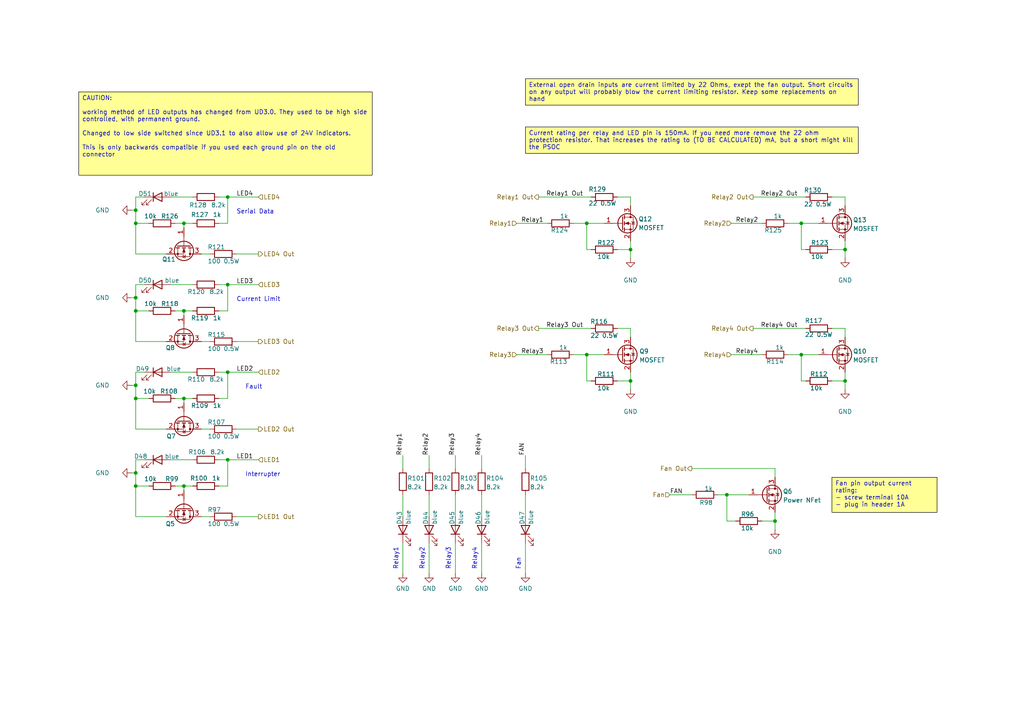
<source format=kicad_sch>
(kicad_sch (version 20231120) (generator "eeschema") (generator_version "8.0")
  (paper "A4")
  (lib_symbols
    (symbol "Device:LED" (pin_numbers hide) (pin_names (offset 1.016) hide)
      (property "Reference" "D" (at 0 2.54 0))
      (property "Value" "LED" (at 0 -2.54 0))
      (symbol "LED_0_1"
        (polyline (pts (xy -1.27 -1.27) (xy -1.27 1.27)) (stroke (width 0.254)))
        (polyline (pts (xy -1.27 0) (xy 1.27 0)))
        (polyline (pts (xy 1.27 -1.27) (xy 1.27 1.27) (xy -1.27 0) (xy 1.27 -1.27)) (stroke (width 0.254)))
        (polyline (pts (xy -3.048 -0.762) (xy -4.572 -2.286) (xy -3.81 -2.286) (xy -4.572 -2.286) (xy -4.572 -1.524)))
        (polyline (pts (xy -1.778 -0.762) (xy -3.302 -2.286) (xy -2.54 -2.286) (xy -3.302 -2.286) (xy -3.302 -1.524)))
      )
      (symbol "LED_1_1"
        (pin passive line (at -3.81 0 0) (length 2.54) (name "K") (number "1"))
        (pin passive line (at 3.81 0 180) (length 2.54) (name "A") (number "2"))
      )
    )
    (symbol "Device:Q_NMOS_GSD" (pin_names (offset 0) hide)
      (property "Reference" "Q" (at 5.08 1.27 0))
      (property "Value" "Q_NMOS_GSD" (at 5.08 -1.27 0))
      (symbol "Q_NMOS_GSD_0_1"
        (polyline (pts (xy 0.254 0) (xy -2.54 0)))
        (polyline (pts (xy 0.254 1.905) (xy 0.254 -1.905)) (stroke (width 0.254)))
        (polyline (pts (xy 0.762 -1.27) (xy 0.762 -2.286)) (stroke (width 0.254)))
        (polyline (pts (xy 0.762 0.508) (xy 0.762 -0.508)) (stroke (width 0.254)))
        (polyline (pts (xy 0.762 2.286) (xy 0.762 1.27)) (stroke (width 0.254)))
        (polyline (pts (xy 2.54 2.54) (xy 2.54 1.778)))
        (polyline (pts (xy 2.54 -2.54) (xy 2.54 0) (xy 0.762 0)))
        (polyline (pts (xy 0.762 -1.778) (xy 3.302 -1.778) (xy 3.302 1.778) (xy 0.762 1.778)))
        (polyline (pts (xy 1.016 0) (xy 2.032 0.381) (xy 2.032 -0.381) (xy 1.016 0)) (fill (type outline)))
        (polyline (pts (xy 2.794 0.508) (xy 2.921 0.381) (xy 3.683 0.381) (xy 3.81 0.254)))
        (polyline (pts (xy 3.302 0.381) (xy 2.921 -0.254) (xy 3.683 -0.254) (xy 3.302 0.381)))
        (circle (center 1.651 0) (radius 2.794) (stroke (width 0.254)))
        (circle (center 2.54 -1.778) (radius 0.254) (fill (type outline)))
        (circle (center 2.54 1.778) (radius 0.254) (fill (type outline)))
      )
      (symbol "Q_NMOS_GSD_1_1"
        (pin input line (at -5.08 0 0) (length 2.54) (name "G") (number "1"))
        (pin passive line (at 2.54 -5.08 90) (length 2.54) (name "S") (number "2"))
        (pin passive line (at 2.54 5.08 270) (length 2.54) (name "D") (number "3"))
      )
    )
    (symbol "Device:R" (pin_numbers hide) (pin_names (offset 0))
      (property "Reference" "R" (at 2.032 0 90))
      (property "Value" "R" (at 0 0 90))
      (symbol "R_0_1"
        (rectangle (start -1.016 -2.54) (end 1.016 2.54) (stroke (width 0.254)))
      )
      (symbol "R_1_1"
        (pin passive line (at 0 3.81 270) (length 1.27) (name "~") (number "1"))
        (pin passive line (at 0 -3.81 90) (length 1.27) (name "~") (number "2"))
      )
    )
    (symbol "power:GND" (power) (pin_numbers hide) (pin_names (offset 0) hide)
      (property "Value" "GND" (at 0 -3.81 0))
      (symbol "GND_0_1"
        (polyline (pts (xy 0 0) (xy 0 -1.27) (xy 1.27 -1.27) (xy 0 -2.54) (xy -1.27 -1.27) (xy 0 -1.27)))
      )
      (symbol "GND_1_1"
        (pin power_in line (at 0 0 270) (length 0) (name "~") (number "1"))
      )
    )
  )
  (junction (at 182.88 72.39))
  (junction (at 210.82 143.51))
  (junction (at 39.37 111.76))
  (junction (at 232.41 64.77))
  (junction (at 53.34 140.97))
  (junction (at 232.41 102.87))
  (junction (at 245.11 110.49))
  (junction (at 53.34 64.77))
  (junction (at 53.34 90.17))
  (junction (at 39.37 115.57))
  (junction (at 39.37 137.16))
  (junction (at 39.37 64.77))
  (junction (at 66.04 107.95))
  (junction (at 170.18 102.87))
  (junction (at 182.88 110.49))
  (junction (at 66.04 82.55))
  (junction (at 53.34 115.57))
  (junction (at 39.37 86.36))
  (junction (at 224.79 151.13))
  (junction (at 170.18 64.77))
  (junction (at 66.04 133.35))
  (junction (at 39.37 90.17))
  (junction (at 39.37 140.97))
  (junction (at 66.04 57.15))
  (junction (at 39.37 60.96))
  (junction (at 245.11 72.39))
  (wire (pts (xy 58.42 99.06) (xy 60.96 99.06)))
  (wire (pts (xy 63.5 140.97) (xy 66.04 140.97)))
  (wire (pts (xy 124.46 157.48) (xy 124.46 166.37)))
  (wire (pts (xy 53.34 90.17) (xy 55.88 90.17)))
  (wire (pts (xy 53.34 91.44) (xy 53.34 90.17)))
  (wire (pts (xy 74.93 57.15) (xy 66.04 57.15)))
  (wire (pts (xy 39.37 137.16) (xy 38.1 137.16)))
  (wire (pts (xy 39.37 60.96) (xy 39.37 64.77)))
  (wire (pts (xy 63.5 133.35) (xy 66.04 133.35)))
  (wire (pts (xy 245.11 110.49) (xy 245.11 107.95)))
  (wire (pts (xy 170.18 110.49) (xy 171.45 110.49)))
  (wire (pts (xy 156.21 95.25) (xy 171.45 95.25)))
  (wire (pts (xy 232.41 102.87) (xy 237.49 102.87)))
  (wire (pts (xy 53.34 115.57) (xy 55.88 115.57)))
  (wire (pts (xy 39.37 140.97) (xy 43.18 140.97)))
  (wire (pts (xy 220.98 151.13) (xy 224.79 151.13)))
  (wire (pts (xy 39.37 115.57) (xy 39.37 124.46)))
  (wire (pts (xy 39.37 149.86) (xy 48.26 149.86)))
  (wire (pts (xy 170.18 102.87) (xy 175.26 102.87)))
  (wire (pts (xy 39.37 64.77) (xy 43.18 64.77)))
  (wire (pts (xy 232.41 64.77) (xy 237.49 64.77)))
  (wire (pts (xy 170.18 110.49) (xy 170.18 102.87)))
  (wire (pts (xy 116.84 143.51) (xy 116.84 149.86)))
  (wire (pts (xy 39.37 111.76) (xy 38.1 111.76)))
  (wire (pts (xy 53.34 140.97) (xy 55.88 140.97)))
  (wire (pts (xy 58.42 124.46) (xy 60.96 124.46)))
  (wire (pts (xy 170.18 72.39) (xy 170.18 64.77)))
  (wire (pts (xy 39.37 90.17) (xy 43.18 90.17)))
  (wire (pts (xy 210.82 143.51) (xy 217.17 143.51)))
  (wire (pts (xy 152.4 143.51) (xy 152.4 149.86)))
  (wire (pts (xy 152.4 132.08) (xy 152.4 135.89)))
  (wire (pts (xy 39.37 111.76) (xy 39.37 115.57)))
  (wire (pts (xy 63.5 107.95) (xy 66.04 107.95)))
  (wire (pts (xy 179.07 95.25) (xy 182.88 95.25)))
  (wire (pts (xy 63.5 115.57) (xy 66.04 115.57)))
  (wire (pts (xy 179.07 72.39) (xy 182.88 72.39)))
  (wire (pts (xy 39.37 73.66) (xy 48.26 73.66)))
  (wire (pts (xy 63.5 90.17) (xy 66.04 90.17)))
  (wire (pts (xy 224.79 153.67) (xy 224.79 151.13)))
  (wire (pts (xy 66.04 133.35) (xy 74.93 133.35)))
  (wire (pts (xy 63.5 64.77) (xy 66.04 64.77)))
  (wire (pts (xy 245.11 72.39) (xy 245.11 74.93)))
  (wire (pts (xy 241.3 95.25) (xy 245.11 95.25)))
  (wire (pts (xy 182.88 110.49) (xy 182.88 113.03)))
  (wire (pts (xy 139.7 157.48) (xy 139.7 166.37)))
  (wire (pts (xy 132.08 132.08) (xy 132.08 135.89)))
  (wire (pts (xy 39.37 107.95) (xy 41.91 107.95)))
  (wire (pts (xy 66.04 107.95) (xy 66.04 115.57)))
  (wire (pts (xy 182.88 95.25) (xy 182.88 97.79)))
  (wire (pts (xy 53.34 116.84) (xy 53.34 115.57)))
  (wire (pts (xy 39.37 86.36) (xy 38.1 86.36)))
  (wire (pts (xy 241.3 57.15) (xy 245.11 57.15)))
  (wire (pts (xy 182.88 72.39) (xy 182.88 69.85)))
  (wire (pts (xy 124.46 132.08) (xy 124.46 135.89)))
  (wire (pts (xy 224.79 151.13) (xy 224.79 148.59)))
  (wire (pts (xy 63.5 57.15) (xy 66.04 57.15)))
  (wire (pts (xy 124.46 143.51) (xy 124.46 149.86)))
  (wire (pts (xy 156.21 57.15) (xy 171.45 57.15)))
  (wire (pts (xy 179.07 110.49) (xy 182.88 110.49)))
  (wire (pts (xy 58.42 149.86) (xy 60.96 149.86)))
  (wire (pts (xy 228.6 102.87) (xy 232.41 102.87)))
  (wire (pts (xy 39.37 90.17) (xy 39.37 99.06)))
  (wire (pts (xy 39.37 82.55) (xy 41.91 82.55)))
  (wire (pts (xy 66.04 57.15) (xy 66.04 64.77)))
  (wire (pts (xy 53.34 142.24) (xy 53.34 140.97)))
  (wire (pts (xy 232.41 72.39) (xy 232.41 64.77)))
  (wire (pts (xy 49.53 82.55) (xy 55.88 82.55)))
  (wire (pts (xy 166.37 64.77) (xy 170.18 64.77)))
  (wire (pts (xy 182.88 110.49) (xy 182.88 107.95)))
  (wire (pts (xy 212.09 102.87) (xy 220.98 102.87)))
  (wire (pts (xy 139.7 132.08) (xy 139.7 135.89)))
  (wire (pts (xy 132.08 157.48) (xy 132.08 166.37)))
  (wire (pts (xy 66.04 82.55) (xy 74.93 82.55)))
  (wire (pts (xy 53.34 64.77) (xy 55.88 64.77)))
  (wire (pts (xy 50.8 90.17) (xy 53.34 90.17)))
  (wire (pts (xy 39.37 124.46) (xy 48.26 124.46)))
  (wire (pts (xy 224.79 135.89) (xy 224.79 138.43)))
  (wire (pts (xy 68.58 99.06) (xy 74.93 99.06)))
  (wire (pts (xy 218.44 57.15) (xy 233.68 57.15)))
  (wire (pts (xy 49.53 133.35) (xy 55.88 133.35)))
  (wire (pts (xy 179.07 57.15) (xy 182.88 57.15)))
  (wire (pts (xy 39.37 57.15) (xy 39.37 60.96)))
  (wire (pts (xy 210.82 143.51) (xy 210.82 151.13)))
  (wire (pts (xy 39.37 86.36) (xy 39.37 90.17)))
  (wire (pts (xy 170.18 72.39) (xy 171.45 72.39)))
  (wire (pts (xy 39.37 133.35) (xy 39.37 137.16)))
  (wire (pts (xy 218.44 95.25) (xy 233.68 95.25)))
  (wire (pts (xy 245.11 72.39) (xy 245.11 69.85)))
  (wire (pts (xy 66.04 133.35) (xy 66.04 140.97)))
  (wire (pts (xy 39.37 133.35) (xy 41.91 133.35)))
  (wire (pts (xy 149.86 64.77) (xy 158.75 64.77)))
  (wire (pts (xy 170.18 64.77) (xy 175.26 64.77)))
  (wire (pts (xy 245.11 57.15) (xy 245.11 59.69)))
  (wire (pts (xy 68.58 73.66) (xy 74.93 73.66)))
  (wire (pts (xy 39.37 64.77) (xy 39.37 73.66)))
  (wire (pts (xy 39.37 107.95) (xy 39.37 111.76)))
  (wire (pts (xy 116.84 157.48) (xy 116.84 166.37)))
  (wire (pts (xy 50.8 115.57) (xy 53.34 115.57)))
  (wire (pts (xy 68.58 124.46) (xy 74.93 124.46)))
  (wire (pts (xy 39.37 137.16) (xy 39.37 140.97)))
  (wire (pts (xy 232.41 110.49) (xy 232.41 102.87)))
  (wire (pts (xy 232.41 72.39) (xy 233.68 72.39)))
  (wire (pts (xy 63.5 82.55) (xy 66.04 82.55)))
  (wire (pts (xy 245.11 95.25) (xy 245.11 97.79)))
  (wire (pts (xy 49.53 107.95) (xy 55.88 107.95)))
  (wire (pts (xy 39.37 60.96) (xy 38.1 60.96)))
  (wire (pts (xy 116.84 132.08) (xy 116.84 135.89)))
  (wire (pts (xy 194.31 143.51) (xy 200.66 143.51)))
  (wire (pts (xy 245.11 110.49) (xy 245.11 113.03)))
  (wire (pts (xy 66.04 82.55) (xy 66.04 90.17)))
  (wire (pts (xy 208.28 143.51) (xy 210.82 143.51)))
  (wire (pts (xy 50.8 140.97) (xy 53.34 140.97)))
  (wire (pts (xy 212.09 64.77) (xy 220.98 64.77)))
  (wire (pts (xy 166.37 102.87) (xy 170.18 102.87)))
  (wire (pts (xy 58.42 73.66) (xy 60.96 73.66)))
  (wire (pts (xy 182.88 72.39) (xy 182.88 74.93)))
  (wire (pts (xy 41.91 57.15) (xy 39.37 57.15)))
  (wire (pts (xy 200.66 135.89) (xy 224.79 135.89)))
  (wire (pts (xy 241.3 72.39) (xy 245.11 72.39)))
  (wire (pts (xy 132.08 143.51) (xy 132.08 149.86)))
  (wire (pts (xy 241.3 110.49) (xy 245.11 110.49)))
  (wire (pts (xy 152.4 157.48) (xy 152.4 166.37)))
  (wire (pts (xy 39.37 82.55) (xy 39.37 86.36)))
  (wire (pts (xy 39.37 115.57) (xy 43.18 115.57)))
  (wire (pts (xy 210.82 151.13) (xy 213.36 151.13)))
  (wire (pts (xy 49.53 57.15) (xy 55.88 57.15)))
  (wire (pts (xy 39.37 140.97) (xy 39.37 149.86)))
  (wire (pts (xy 139.7 143.51) (xy 139.7 149.86)))
  (wire (pts (xy 232.41 110.49) (xy 233.68 110.49)))
  (wire (pts (xy 149.86 102.87) (xy 158.75 102.87)))
  (wire (pts (xy 228.6 64.77) (xy 232.41 64.77)))
  (wire (pts (xy 68.58 149.86) (xy 74.93 149.86)))
  (wire (pts (xy 53.34 66.04) (xy 53.34 64.77)))
  (wire (pts (xy 66.04 107.95) (xy 74.93 107.95)))
  (wire (pts (xy 50.8 64.77) (xy 53.34 64.77)))
  (wire (pts (xy 39.37 99.06) (xy 48.26 99.06)))
  (wire (pts (xy 182.88 57.15) (xy 182.88 59.69)))
  (text_box "CAUTION: \n\nworking method of LED outputs has changed from UD3.0. They used to be high side controlled, with permanent ground. \n\nChanged to low side switched since UD3.1 to also allow use of 24V indicators. \n\nThis is only backwards compatible if you used each ground pin on the old connector" (at 107.95 26.67 0) (size -85.09 24.13) (stroke (width 0) (color 0 0 0 1)) (fill (type color) (color 255 255 150 1)) (effects (font (size 1.27 1.27)) (justify left top)))
  (text_box "Fan pin output current rating:\n- screw terminal 10A\n- plug in header 1A" (at 241.3 138.43 0) (size 30.48 10.16) (stroke (width 0) (color 0 0 0 1)) (fill (type color) (color 255 255 150 1)) (effects (font (size 1.27 1.27)) (justify left top)))
  (text_box "Current rating per relay and LED pin is 150mA. If you need more remove the 22 ohm protection resistor. That increases the rating to (TO BE CALCULATED) mA, but a short might kill the PSOC" (at 248.92 36.83 0) (size -96.52 7.62) (stroke (width 0) (color 0 0 0 1)) (fill (type color) (color 255 255 150 1)) (effects (font (size 1.27 1.27)) (justify left top)))
  (text_box "External open drain inputs are current limited by 22 Ohms, exept the fan output. Short circuits on any output will probably blow the current limiting resistor. Keep some replacements on hand" (at 248.92 22.86 0) (size -96.52 7.62) (stroke (width 0) (color 0 0 0 1)) (fill (type color) (color 255 255 150 1)) (effects (font (size 1.27 1.27)) (justify left top)))
  (text "Relay2" (at 123.19 158.75 90) (effects (font (size 1.27 1.27)) (justify right bottom)))
  (text "Current Limit" (at 68.58 87.63 0) (effects (font (size 1.27 1.27)) (justify left bottom)))
  (text "Relay1" (at 115.57 158.75 90) (effects (font (size 1.27 1.27)) (justify right bottom)))
  (text "Fan" (at 151.13 161.737 90) (effects (font (size 1.27 1.27)) (justify right bottom)))
  (text "Relay3" (at 130.81 158.75 90) (effects (font (size 1.27 1.27)) (justify right bottom)))
  (text "Relay4" (at 138.43 158.75 90) (effects (font (size 1.27 1.27)) (justify right bottom)))
  (text "Interrupter" (at 71.12 138.43 0) (effects (font (size 1.27 1.27)) (justify left bottom)))
  (text "Serial Data" (at 68.58 62.23 0) (effects (font (size 1.27 1.27)) (justify left bottom)))
  (text "Fault" (at 71.12 113.03 0) (effects (font (size 1.27 1.27)) (justify left bottom)))
  (label "Relay4" (at 213.36 102.87 0))
  (label "LED1" (at 68.58 133.35 0))
  (label "LED4" (at 68.58 57.15 0))
  (label "FAN" (at 152.4 132.08 90))
  (label "Relay2 Out" (at 220.626 57.15 0))
  (label "Relay3" (at 151.13 102.87 0))
  (label "LED3" (at 68.58 82.55 0))
  (label "Relay3" (at 132.08 132.08 90))
  (label "FAN" (at 194.31 143.51 0))
  (label "Relay1" (at 116.84 132.08 90))
  (label "Relay1 Out" (at 158.396 57.15 0))
  (label "Relay3 Out" (at 158.396 95.25 0))
  (label "Relay1" (at 151.13 64.77 0))
  (label "Relay2" (at 124.46 132.08 90))
  (label "Relay4" (at 139.7 132.08 90))
  (label "Relay2" (at 213.36 64.77 0))
  (label "Relay4 Out" (at 220.626 95.25 0))
  (label "LED2" (at 68.58 107.95 0))
  (hierarchical_label "Relay1 Out" (shape output) (at 156.21 57.15 180))
  (hierarchical_label "Relay4 Out" (shape output) (at 218.44 95.25 180))
  (hierarchical_label "LED4" (shape input) (at 74.93 57.15 0))
  (hierarchical_label "LED2 Out" (shape output) (at 74.93 124.46 0))
  (hierarchical_label "Relay1" (shape input) (at 149.86 64.77 180))
  (hierarchical_label "Relay3" (shape input) (at 149.86 102.87 180))
  (hierarchical_label "Relay3 Out" (shape output) (at 156.21 95.25 180))
  (hierarchical_label "LED4 Out" (shape output) (at 74.93 73.66 0))
  (hierarchical_label "LED1" (shape input) (at 74.93 133.35 0))
  (hierarchical_label "Fan" (shape input) (at 194.31 143.51 180))
  (hierarchical_label "LED3 Out" (shape output) (at 74.93 99.06 0))
  (hierarchical_label "Relay2 Out" (shape output) (at 218.44 57.15 180))
  (hierarchical_label "LED3" (shape input) (at 74.93 82.55 0))
  (hierarchical_label "Fan Out" (shape output) (at 200.66 135.89 180))
  (hierarchical_label "LED1 Out" (shape output) (at 74.93 149.86 0))
  (hierarchical_label "Relay2" (shape input) (at 212.09 64.77 180))
  (hierarchical_label "Relay4" (shape input) (at 212.09 102.87 180))
  (hierarchical_label "LED2" (shape input) (at 74.93 107.95 0))
  (symbol (lib_id "Device:R") (at 237.49 95.25 270) (unit 1)
    (property "Reference" "R117" (at 233.426 93.726 90) (effects (justify left bottom)))
    (property "Value" "22 0.5W" (at 233.426 97.79 90) (effects (justify left bottom)))
    (property "Footprint" "Resistor_SMD:R_1206_3216Metric" (effects (hide yes)))
    (property "Description" "Resistor" (effects (hide yes)))
  )
  (symbol (lib_id "Device:R") (at 64.77 124.46 270) (unit 1)
    (property "Reference" "R107" (at 60.198 123.19 90) (effects (justify left bottom)))
    (property "Value" "100 0.5W" (at 60.198 127.254 90) (effects (justify left bottom)))
    (property "Footprint" "Resistor_SMD:R_1206_3216Metric" (effects (hide yes)))
    (property "Description" "Resistor" (effects (hide yes)))
  )
  (symbol (lib_id "Device:Q_NMOS_GSD") (at 53.34 121.92 270) (unit 1)
    (property "Reference" "Q7" (at 48.26 127.254 90) (effects (justify left bottom)))
    (property "Value" "MOSFET" (effects (hide yes)))
    (property "Footprint" "Footprints:SOT-23" (effects (hide yes)))
    (property "Description" "N-MOSFET transistor, gate/source/drain" (effects (hide yes)))
    (property "SUPPLIER 1" "Digi-Key" (effects (hide yes)))
    (property "SUPPLIER PART NUMBER 1" "1727-5305-1-ND" (effects (hide yes)))
    (property "SUPPLIER 2" "Digi-Key" (effects (hide yes)))
    (property "SUPPLIER PART NUMBER 2" "1727-1123-1-ND" (effects (hide yes)))
    (property "SUPPLIER 3" "Digi-Key" (effects (hide yes)))
    (property "SUPPLIER 4" "Digi-Key" (effects (hide yes)))
    (property "SUPPLIER PART NUMBER 4" "T2N7002AKLMCT-ND" (effects (hide yes)))
    (property "SUPPLIER PART NUMBER 3" "BSC0906NSATMA1CT-ND" (effects (hide yes)))
    (property "SUPPLIER 5" "Digi-Key" (effects (hide yes)))
    (property "SUPPLIER PART NUMBER 5" "1727-4714-1-ND" (effects (hide yes)))
    (property "SUPPLIER 6" "Digi-Key" (effects (hide yes)))
    (property "SUPPLIER 7" "Digi-Key" (effects (hide yes)))
    (property "SUPPLIER PART NUMBER 6" "497-14572-5-ND" (effects (hide yes)))
    (property "SUPPLIER PART NUMBER 7" "IPP180N10N3GXKSA1-ND" (effects (hide yes)))
  )
  (symbol (lib_id "power:GND") (at 182.88 74.93 0) (unit 1)
    (property "Reference" "#PWR081" (effects (hide yes)))
    (property "Value" "GND" (at 182.88 81.28 0))
    (property "Description" "Power symbol creates a global label with name \"GND\" , ground" (effects (hide yes)))
  )
  (symbol (lib_id "Device:R") (at 59.69 140.97 270) (unit 1)
    (property "Reference" "R100" (at 55.118 139.446 90) (effects (justify left bottom)))
    (property "Value" "1k" (at 61.468 139.446 90) (effects (justify left bottom)))
    (property "Footprint" "Footprints:0603 SMD Component" (effects (hide yes)))
    (property "Description" "Resistor" (effects (hide yes)))
  )
  (symbol (lib_id "Device:R") (at 175.26 95.25 270) (unit 1)
    (property "Reference" "R116" (at 171.196 93.98 90) (effects (justify left bottom)))
    (property "Value" "22 0.5W" (at 171.196 98.044 90) (effects (justify left bottom)))
    (property "Footprint" "Resistor_SMD:R_1206_3216Metric" (effects (hide yes)))
    (property "Description" "Resistor" (effects (hide yes)))
  )
  (symbol (lib_id "Device:R") (at 46.99 90.17 90) (unit 1)
    (property "Reference" "R118" (at 51.816 87.376 90) (effects (justify left bottom)))
    (property "Value" "10k" (at 45.466 87.376 90) (effects (justify left bottom)))
    (property "Footprint" "Footprints:0603 SMD Component" (effects (hide yes)))
    (property "Description" "Resistor" (effects (hide yes)))
  )
  (symbol (lib_id "Device:R") (at 46.99 140.97 90) (unit 1)
    (property "Reference" "R99" (at 51.816 138.176 90) (effects (justify left bottom)))
    (property "Value" "10k" (at 45.466 138.176 90) (effects (justify left bottom)))
    (property "Footprint" "Footprints:0603 SMD Component" (effects (hide yes)))
    (property "Description" "Resistor" (effects (hide yes)))
  )
  (symbol (lib_id "power:GND") (at 124.46 166.37 0) (unit 1)
    (property "Reference" "#PWR077" (effects (hide yes)))
    (property "Value" "GND" (at 124.46 170.688 0))
    (property "Description" "Power symbol creates a global label with name \"GND\" , ground" (effects (hide yes)))
  )
  (symbol (lib_id "Device:LED") (at 152.4 153.67 90) (unit 1)
    (property "Reference" "D47" (at 152.146 152.146 0) (effects (justify left bottom)))
    (property "Value" "blue" (at 154.686 152.146 0) (effects (justify left bottom)))
    (property "Footprint" "Footprints:LED 1206 Reverse Mount" (effects (hide yes)))
    (property "Description" "Light emitting diode" (effects (hide yes)))
    (property "SUPPLIER 1" "Digi-Key" (effects (hide yes)))
    (property "SUPPLIER 2" "Digi-Key" (effects (hide yes)))
    (property "SUPPLIER 3" "Digi-Key" (effects (hide yes)))
    (property "SUPPLIER 4" "Digi-Key" (effects (hide yes)))
    (property "SUPPLIER PART NUMBER 1" "732-4979-1-ND" (effects (hide yes)))
    (property "SUPPLIER PART NUMBER 2" "732-4971-1-ND" (effects (hide yes)))
    (property "SUPPLIER PART NUMBER 3" "732-4966-1-ND" (effects (hide yes)))
    (property "SUPPLIER PART NUMBER 4" "732-4981-1-ND" (effects (hide yes)))
  )
  (symbol (lib_id "Device:Q_NMOS_GSD") (at 53.34 96.52 270) (unit 1)
    (property "Reference" "Q8" (at 48.006 101.6 90) (effects (justify left bottom)))
    (property "Value" "MOSFET" (effects (hide yes)))
    (property "Footprint" "Footprints:SOT-23" (effects (hide yes)))
    (property "Description" "N-MOSFET transistor, gate/source/drain" (effects (hide yes)))
    (property "SUPPLIER 1" "Digi-Key" (effects (hide yes)))
    (property "SUPPLIER PART NUMBER 1" "1727-5305-1-ND" (effects (hide yes)))
    (property "SUPPLIER 2" "Digi-Key" (effects (hide yes)))
    (property "SUPPLIER PART NUMBER 2" "1727-1123-1-ND" (effects (hide yes)))
    (property "SUPPLIER 3" "Digi-Key" (effects (hide yes)))
    (property "SUPPLIER 4" "Digi-Key" (effects (hide yes)))
    (property "SUPPLIER PART NUMBER 4" "T2N7002AKLMCT-ND" (effects (hide yes)))
    (property "SUPPLIER PART NUMBER 3" "BSC0906NSATMA1CT-ND" (effects (hide yes)))
    (property "SUPPLIER 5" "Digi-Key" (effects (hide yes)))
    (property "SUPPLIER PART NUMBER 5" "1727-4714-1-ND" (effects (hide yes)))
    (property "SUPPLIER 6" "Digi-Key" (effects (hide yes)))
    (property "SUPPLIER 7" "Digi-Key" (effects (hide yes)))
    (property "SUPPLIER PART NUMBER 6" "497-14572-5-ND" (effects (hide yes)))
    (property "SUPPLIER PART NUMBER 7" "IPP180N10N3GXKSA1-ND" (effects (hide yes)))
  )
  (symbol (lib_id "power:GND") (at 38.1 60.96 270) (unit 1)
    (property "Reference" "#PWR072" (effects (hide yes)))
    (property "Value" "GND" (at 31.75 60.96 90) (effects (justify right)))
    (property "Description" "Power symbol creates a global label with name \"GND\" , ground" (effects (hide yes)))
  )
  (symbol (lib_id "power:GND") (at 245.11 113.03 0) (unit 1)
    (property "Reference" "#PWR085" (effects (hide yes)))
    (property "Value" "GND" (at 245.11 119.38 0))
    (property "Description" "Power symbol creates a global label with name \"GND\" , ground" (effects (hide yes)))
  )
  (symbol (lib_id "Device:R") (at 152.4 139.7 0) (unit 1)
    (property "Reference" "R105" (at 153.67 139.446 0) (effects (justify left bottom)))
    (property "Value" "8.2k" (at 153.67 141.986 0) (effects (justify left bottom)))
    (property "Footprint" "Footprints:0603 SMD Component" (effects (hide yes)))
    (property "Description" "Resistor" (effects (hide yes)))
  )
  (symbol (lib_id "Device:LED") (at 45.72 57.15 0) (unit 1)
    (property "Reference" "D51" (at 40.132 56.896 0) (effects (justify left bottom)))
    (property "Value" "blue" (at 47.498 56.896 0) (effects (justify left bottom)))
    (property "Footprint" "Footprints:LED 1206 Reverse Mount" (effects (hide yes)))
    (property "Description" "Light emitting diode" (effects (hide yes)))
    (property "SUPPLIER 1" "Digi-Key" (effects (hide yes)))
    (property "SUPPLIER 2" "Digi-Key" (effects (hide yes)))
    (property "SUPPLIER 3" "Digi-Key" (effects (hide yes)))
    (property "SUPPLIER 4" "Digi-Key" (effects (hide yes)))
    (property "SUPPLIER PART NUMBER 1" "732-4979-1-ND" (effects (hide yes)))
    (property "SUPPLIER PART NUMBER 2" "732-4971-1-ND" (effects (hide yes)))
    (property "SUPPLIER PART NUMBER 3" "732-4966-1-ND" (effects (hide yes)))
    (property "SUPPLIER PART NUMBER 4" "732-4981-1-ND" (effects (hide yes)))
  )
  (symbol (lib_id "Device:R") (at 46.99 64.77 90) (unit 1)
    (property "Reference" "R126" (at 51.816 61.976 90) (effects (justify left bottom)))
    (property "Value" "10k" (at 45.466 61.976 90) (effects (justify left bottom)))
    (property "Footprint" "Footprints:0603 SMD Component" (effects (hide yes)))
    (property "Description" "Resistor" (effects (hide yes)))
  )
  (symbol (lib_id "power:GND") (at 224.79 153.67 0) (unit 1)
    (property "Reference" "#PWR083" (effects (hide yes)))
    (property "Value" "GND" (at 224.79 160.02 0))
    (property "Description" "Power symbol creates a global label with name \"GND\" , ground" (effects (hide yes)))
  )
  (symbol (lib_id "power:GND") (at 152.4 166.37 0) (unit 1)
    (property "Reference" "#PWR080" (effects (hide yes)))
    (property "Value" "GND" (at 152.4 170.688 0))
    (property "Description" "Power symbol creates a global label with name \"GND\" , ground" (effects (hide yes)))
  )
  (symbol (lib_id "power:GND") (at 245.11 74.93 0) (unit 1)
    (property "Reference" "#PWR084" (effects (hide yes)))
    (property "Value" "GND" (at 245.11 81.28 0))
    (property "Description" "Power symbol creates a global label with name \"GND\" , ground" (effects (hide yes)))
  )
  (symbol (lib_id "Device:R") (at 46.99 115.57 90) (unit 1)
    (property "Reference" "R108" (at 51.562 112.776 90) (effects (justify left bottom)))
    (property "Value" "10k" (at 45.212 112.776 90) (effects (justify left bottom)))
    (property "Footprint" "Footprints:0603 SMD Component" (effects (hide yes)))
    (property "Description" "Resistor" (effects (hide yes)))
  )
  (symbol (lib_id "Device:Q_NMOS_GSD") (at 180.34 102.87 0) (unit 1)
    (property "Reference" "Q9" (at 185.42 102.616 0) (effects (justify left bottom)))
    (property "Value" "MOSFET" (at 185.42 105.156 0) (effects (justify left bottom)))
    (property "Footprint" "Footprints:SOT-23" (effects (hide yes)))
    (property "Description" "N-MOSFET transistor, gate/source/drain" (effects (hide yes)))
    (property "SUPPLIER 1" "Digi-Key" (effects (hide yes)))
    (property "SUPPLIER PART NUMBER 1" "1727-5305-1-ND" (effects (hide yes)))
    (property "SUPPLIER 2" "Digi-Key" (effects (hide yes)))
    (property "SUPPLIER PART NUMBER 2" "1727-1123-1-ND" (effects (hide yes)))
    (property "SUPPLIER 3" "Digi-Key" (effects (hide yes)))
    (property "SUPPLIER 4" "Digi-Key" (effects (hide yes)))
    (property "SUPPLIER PART NUMBER 4" "T2N7002AKLMCT-ND" (effects (hide yes)))
    (property "SUPPLIER PART NUMBER 3" "BSC0906NSATMA1CT-ND" (effects (hide yes)))
    (property "SUPPLIER 5" "Digi-Key" (effects (hide yes)))
    (property "SUPPLIER PART NUMBER 5" "1727-4714-1-ND" (effects (hide yes)))
    (property "SUPPLIER 6" "Digi-Key" (effects (hide yes)))
    (property "SUPPLIER 7" "Digi-Key" (effects (hide yes)))
    (property "SUPPLIER PART NUMBER 6" "497-14572-5-ND" (effects (hide yes)))
    (property "SUPPLIER PART NUMBER 7" "IPP180N10N3GXKSA1-ND" (effects (hide yes)))
  )
  (symbol (lib_id "power:GND") (at 116.84 166.37 0) (unit 1)
    (property "Reference" "#PWR076" (effects (hide yes)))
    (property "Value" "GND" (at 116.84 170.688 0))
    (property "Description" "Power symbol creates a global label with name \"GND\" , ground" (effects (hide yes)))
  )
  (symbol (lib_id "Device:R") (at 175.26 110.49 270) (unit 1)
    (property "Reference" "R111" (at 173.228 109.22 90) (effects (justify left bottom)))
    (property "Value" "10k" (at 173.228 113.284 90) (effects (justify left bottom)))
    (property "Footprint" "Footprints:0603 SMD Component" (effects (hide yes)))
    (property "Description" "Resistor" (effects (hide yes)))
  )
  (symbol (lib_id "Device:R") (at 237.49 110.49 270) (unit 1)
    (property "Reference" "R112" (at 234.95 109.22 90) (effects (justify left bottom)))
    (property "Value" "10k" (at 234.95 113.284 90) (effects (justify left bottom)))
    (property "Footprint" "Footprints:0603 SMD Component" (effects (hide yes)))
    (property "Description" "Resistor" (effects (hide yes)))
  )
  (symbol (lib_id "Device:R") (at 64.77 73.66 270) (unit 1)
    (property "Reference" "R121" (at 60.198 72.39 90) (effects (justify left bottom)))
    (property "Value" "100 0.5W" (at 60.198 76.454 90) (effects (justify left bottom)))
    (property "Footprint" "Resistor_SMD:R_1206_3216Metric" (effects (hide yes)))
    (property "Description" "Resistor" (effects (hide yes)))
  )
  (symbol (lib_id "Device:Q_NMOS_GSD") (at 242.57 64.77 0) (unit 1)
    (property "Reference" "Q13" (at 247.396 64.516 0) (effects (justify left bottom)))
    (property "Value" "MOSFET" (at 247.396 67.056 0) (effects (justify left bottom)))
    (property "Footprint" "Footprints:SOT-23" (effects (hide yes)))
    (property "Description" "N-MOSFET transistor, gate/source/drain" (effects (hide yes)))
    (property "SUPPLIER 1" "Digi-Key" (effects (hide yes)))
    (property "SUPPLIER PART NUMBER 1" "1727-5305-1-ND" (effects (hide yes)))
    (property "SUPPLIER 2" "Digi-Key" (effects (hide yes)))
    (property "SUPPLIER PART NUMBER 2" "1727-1123-1-ND" (effects (hide yes)))
    (property "SUPPLIER 3" "Digi-Key" (effects (hide yes)))
    (property "SUPPLIER 4" "Digi-Key" (effects (hide yes)))
    (property "SUPPLIER PART NUMBER 4" "T2N7002AKLMCT-ND" (effects (hide yes)))
    (property "SUPPLIER PART NUMBER 3" "BSC0906NSATMA1CT-ND" (effects (hide yes)))
    (property "SUPPLIER 5" "Digi-Key" (effects (hide yes)))
    (property "SUPPLIER PART NUMBER 5" "1727-4714-1-ND" (effects (hide yes)))
    (property "SUPPLIER 6" "Digi-Key" (effects (hide yes)))
    (property "SUPPLIER 7" "Digi-Key" (effects (hide yes)))
    (property "SUPPLIER PART NUMBER 6" "497-14572-5-ND" (effects (hide yes)))
    (property "SUPPLIER PART NUMBER 7" "IPP180N10N3GXKSA1-ND" (effects (hide yes)))
  )
  (symbol (lib_id "Device:R") (at 162.56 64.77 90) (unit 1)
    (property "Reference" "R124" (at 164.846 66.04 90) (effects (justify left bottom)))
    (property "Value" "1k" (at 164.846 61.976 90) (effects (justify left bottom)))
    (property "Footprint" "Footprints:0603 SMD Component" (effects (hide yes)))
    (property "Description" "Resistor" (effects (hide yes)))
  )
  (symbol (lib_id "Device:R") (at 59.69 133.35 270) (unit 1)
    (property "Reference" "R106" (at 54.61 131.826 90) (effects (justify left bottom)))
    (property "Value" "8.2k" (at 60.96 131.826 90) (effects (justify left bottom)))
    (property "Footprint" "Footprints:0603 SMD Component" (effects (hide yes)))
    (property "Description" "Resistor" (effects (hide yes)))
  )
  (symbol (lib_id "Device:R") (at 139.7 139.7 0) (unit 1)
    (property "Reference" "R104" (at 140.97 139.446 0) (effects (justify left bottom)))
    (property "Value" "8.2k" (at 140.97 141.986 0) (effects (justify left bottom)))
    (property "Footprint" "Footprints:0603 SMD Component" (effects (hide yes)))
    (property "Description" "Resistor" (effects (hide yes)))
  )
  (symbol (lib_id "Device:LED") (at 45.72 107.95 0) (unit 1)
    (property "Reference" "D49" (at 39.37 107.696 0) (effects (justify left bottom)))
    (property "Value" "blue" (at 48.26 107.696 0) (effects (justify left bottom)))
    (property "Footprint" "Footprints:LED 1206 Reverse Mount" (effects (hide yes)))
    (property "Description" "Light emitting diode" (effects (hide yes)))
    (property "SUPPLIER 1" "Digi-Key" (effects (hide yes)))
    (property "SUPPLIER 2" "Digi-Key" (effects (hide yes)))
    (property "SUPPLIER 3" "Digi-Key" (effects (hide yes)))
    (property "SUPPLIER 4" "Digi-Key" (effects (hide yes)))
    (property "SUPPLIER PART NUMBER 1" "732-4979-1-ND" (effects (hide yes)))
    (property "SUPPLIER PART NUMBER 2" "732-4971-1-ND" (effects (hide yes)))
    (property "SUPPLIER PART NUMBER 3" "732-4966-1-ND" (effects (hide yes)))
    (property "SUPPLIER PART NUMBER 4" "732-4981-1-ND" (effects (hide yes)))
  )
  (symbol (lib_id "Device:R") (at 175.26 72.39 270) (unit 1)
    (property "Reference" "R122" (at 173.228 71.12 90) (effects (justify left bottom)))
    (property "Value" "10k" (at 173.228 75.184 90) (effects (justify left bottom)))
    (property "Footprint" "Footprints:0603 SMD Component" (effects (hide yes)))
    (property "Description" "Resistor" (effects (hide yes)))
  )
  (symbol (lib_id "Device:R") (at 59.69 90.17 270) (unit 1)
    (property "Reference" "R119" (at 55.372 92.964 90) (effects (justify left bottom)))
    (property "Value" "1k" (at 61.722 92.964 90) (effects (justify left bottom)))
    (property "Footprint" "Footprints:0603 SMD Component" (effects (hide yes)))
    (property "Description" "Resistor" (effects (hide yes)))
  )
  (symbol (lib_id "Device:Q_NMOS_GSD") (at 53.34 71.12 270) (unit 1)
    (property "Reference" "Q11" (at 46.99 75.946 90) (effects (justify left bottom)))
    (property "Value" "MOSFET" (effects (hide yes)))
    (property "Footprint" "Footprints:SOT-23" (effects (hide yes)))
    (property "Description" "N-MOSFET transistor, gate/source/drain" (effects (hide yes)))
    (property "SUPPLIER 1" "Digi-Key" (effects (hide yes)))
    (property "SUPPLIER PART NUMBER 1" "1727-5305-1-ND" (effects (hide yes)))
    (property "SUPPLIER 2" "Digi-Key" (effects (hide yes)))
    (property "SUPPLIER PART NUMBER 2" "1727-1123-1-ND" (effects (hide yes)))
    (property "SUPPLIER 3" "Digi-Key" (effects (hide yes)))
    (property "SUPPLIER 4" "Digi-Key" (effects (hide yes)))
    (property "SUPPLIER PART NUMBER 4" "T2N7002AKLMCT-ND" (effects (hide yes)))
    (property "SUPPLIER PART NUMBER 3" "BSC0906NSATMA1CT-ND" (effects (hide yes)))
    (property "SUPPLIER 5" "Digi-Key" (effects (hide yes)))
    (property "SUPPLIER PART NUMBER 5" "1727-4714-1-ND" (effects (hide yes)))
    (property "SUPPLIER 6" "Digi-Key" (effects (hide yes)))
    (property "SUPPLIER 7" "Digi-Key" (effects (hide yes)))
    (property "SUPPLIER PART NUMBER 6" "497-14572-5-ND" (effects (hide yes)))
    (property "SUPPLIER PART NUMBER 7" "IPP180N10N3GXKSA1-ND" (effects (hide yes)))
  )
  (symbol (lib_id "Device:Q_NMOS_GSD") (at 222.25 143.51 0) (unit 1)
    (property "Reference" "Q6" (at 227.076 143.256 0) (effects (justify left bottom)))
    (property "Value" "Power NFet" (at 227.076 145.796 0) (effects (justify left bottom)))
    (property "Footprint" "Package_SO:SOIC-8_3.9x4.9mm_P1.27mm" (effects (hide yes)))
    (property "Description" "N-MOSFET transistor, gate/source/drain" (effects (hide yes)))
    (property "SUPPLIER 1" "Digi-Key" (effects (hide yes)))
    (property "SUPPLIER PART NUMBER 1" "1727-5305-1-ND" (effects (hide yes)))
    (property "SUPPLIER 2" "Digi-Key" (effects (hide yes)))
    (property "SUPPLIER PART NUMBER 2" "1727-1123-1-ND" (effects (hide yes)))
    (property "SUPPLIER 3" "Digi-Key" (effects (hide yes)))
    (property "SUPPLIER 4" "Digi-Key" (effects (hide yes)))
    (property "SUPPLIER PART NUMBER 4" "T2N7002AKLMCT-ND" (effects (hide yes)))
    (property "SUPPLIER PART NUMBER 3" "BSC0906NSATMA1CT-ND" (effects (hide yes)))
    (property "SUPPLIER 5" "Digi-Key" (effects (hide yes)))
    (property "SUPPLIER PART NUMBER 5" "1727-4714-1-ND" (effects (hide yes)))
    (property "SUPPLIER 6" "Digi-Key" (effects (hide yes)))
    (property "SUPPLIER 7" "Digi-Key" (effects (hide yes)))
    (property "SUPPLIER PART NUMBER 6" "497-14572-5-ND" (effects (hide yes)))
    (property "SUPPLIER PART NUMBER 7" "IPP180N10N3GXKSA1-ND" (effects (hide yes)))
  )
  (symbol (lib_id "Device:LED") (at 45.72 133.35 0) (unit 1)
    (property "Reference" "D48" (at 38.862 133.096 0) (effects (justify left bottom)))
    (property "Value" "blue" (at 47.752 133.096 0) (effects (justify left bottom)))
    (property "Footprint" "Footprints:LED 1206 Reverse Mount" (effects (hide yes)))
    (property "Description" "Light emitting diode" (effects (hide yes)))
    (property "SUPPLIER 1" "Digi-Key" (effects (hide yes)))
    (property "SUPPLIER 2" "Digi-Key" (effects (hide yes)))
    (property "SUPPLIER 3" "Digi-Key" (effects (hide yes)))
    (property "SUPPLIER 4" "Digi-Key" (effects (hide yes)))
    (property "SUPPLIER PART NUMBER 1" "732-4979-1-ND" (effects (hide yes)))
    (property "SUPPLIER PART NUMBER 2" "732-4971-1-ND" (effects (hide yes)))
    (property "SUPPLIER PART NUMBER 3" "732-4966-1-ND" (effects (hide yes)))
    (property "SUPPLIER PART NUMBER 4" "732-4981-1-ND" (effects (hide yes)))
  )
  (symbol (lib_id "Device:R") (at 116.84 139.7 0) (unit 1)
    (property "Reference" "R101" (at 118.11 139.446 0) (effects (justify left bottom)))
    (property "Value" "8.2k" (at 118.11 141.986 0) (effects (justify left bottom)))
    (property "Footprint" "Footprints:0603 SMD Component" (effects (hide yes)))
    (property "Description" "Resistor" (effects (hide yes)))
  )
  (symbol (lib_id "Device:R") (at 204.47 143.51 90) (unit 1)
    (property "Reference" "R98" (at 206.756 145.034 90) (effects (justify left bottom)))
    (property "Value" "1k" (at 206.756 140.97 90) (effects (justify left bottom)))
    (property "Footprint" "Footprints:0603 SMD Component" (effects (hide yes)))
    (property "Description" "Resistor" (effects (hide yes)))
  )
  (symbol (lib_id "Device:R") (at 59.69 107.95 270) (unit 1)
    (property "Reference" "R110" (at 54.356 110.744 90) (effects (justify left bottom)))
    (property "Value" "8.2k" (at 60.706 110.744 90) (effects (justify left bottom)))
    (property "Footprint" "Footprints:0603 SMD Component" (effects (hide yes)))
    (property "Description" "Resistor" (effects (hide yes)))
  )
  (symbol (lib_id "Device:R") (at 132.08 139.7 0) (unit 1)
    (property "Reference" "R103" (at 133.35 139.446 0) (effects (justify left bottom)))
    (property "Value" "8.2k" (at 133.35 141.986 0) (effects (justify left bottom)))
    (property "Footprint" "Footprints:0603 SMD Component" (effects (hide yes)))
    (property "Description" "Resistor" (effects (hide yes)))
  )
  (symbol (lib_id "Device:R") (at 237.49 57.15 270) (unit 1)
    (property "Reference" "R130" (at 233.172 55.88 90) (effects (justify left bottom)))
    (property "Value" "22 0.5W" (at 233.172 59.944 90) (effects (justify left bottom)))
    (property "Footprint" "Resistor_SMD:R_1206_3216Metric" (effects (hide yes)))
    (property "Description" "Resistor" (effects (hide yes)))
  )
  (symbol (lib_id "Device:Q_NMOS_GSD") (at 180.34 64.77 0) (unit 1)
    (property "Reference" "Q12" (at 185.166 64.262 0) (effects (justify left bottom)))
    (property "Value" "MOSFET" (at 185.166 66.802 0) (effects (justify left bottom)))
    (property "Footprint" "Footprints:SOT-23" (effects (hide yes)))
    (property "Description" "N-MOSFET transistor, gate/source/drain" (effects (hide yes)))
    (property "SUPPLIER 1" "Digi-Key" (effects (hide yes)))
    (property "SUPPLIER PART NUMBER 1" "1727-5305-1-ND" (effects (hide yes)))
    (property "SUPPLIER 2" "Digi-Key" (effects (hide yes)))
    (property "SUPPLIER PART NUMBER 2" "1727-1123-1-ND" (effects (hide yes)))
    (property "SUPPLIER 3" "Digi-Key" (effects (hide yes)))
    (property "SUPPLIER 4" "Digi-Key" (effects (hide yes)))
    (property "SUPPLIER PART NUMBER 4" "T2N7002AKLMCT-ND" (effects (hide yes)))
    (property "SUPPLIER PART NUMBER 3" "BSC0906NSATMA1CT-ND" (effects (hide yes)))
    (property "SUPPLIER 5" "Digi-Key" (effects (hide yes)))
    (property "SUPPLIER PART NUMBER 5" "1727-4714-1-ND" (effects (hide yes)))
    (property "SUPPLIER 6" "Digi-Key" (effects (hide yes)))
    (property "SUPPLIER 7" "Digi-Key" (effects (hide yes)))
    (property "SUPPLIER PART NUMBER 6" "497-14572-5-ND" (effects (hide yes)))
    (property "SUPPLIER PART NUMBER 7" "IPP180N10N3GXKSA1-ND" (effects (hide yes)))
  )
  (symbol (lib_id "Device:R") (at 59.69 82.55 270) (unit 1)
    (property "Reference" "R120" (at 54.356 85.344 90) (effects (justify left bottom)))
    (property "Value" "8.2k" (at 60.706 85.344 90) (effects (justify left bottom)))
    (property "Footprint" "Footprints:0603 SMD Component" (effects (hide yes)))
    (property "Description" "Resistor" (effects (hide yes)))
  )
  (symbol (lib_id "Device:R") (at 64.77 149.86 270) (unit 1)
    (property "Reference" "R97" (at 60.198 148.59 90) (effects (justify left bottom)))
    (property "Value" "100 0.5W" (at 60.198 152.654 90) (effects (justify left bottom)))
    (property "Footprint" "Resistor_SMD:R_1206_3216Metric" (effects (hide yes)))
    (property "Description" "Resistor" (effects (hide yes)))
  )
  (symbol (lib_id "Device:R") (at 59.69 115.57 270) (unit 1)
    (property "Reference" "R109" (at 55.372 118.364 90) (effects (justify left bottom)))
    (property "Value" "1k" (at 61.722 118.364 90) (effects (justify left bottom)))
    (property "Footprint" "Footprints:0603 SMD Component" (effects (hide yes)))
    (property "Description" "Resistor" (effects (hide yes)))
  )
  (symbol (lib_id "Device:Q_NMOS_GSD") (at 242.57 102.87 0) (unit 1)
    (property "Reference" "Q10" (at 247.396 102.616 0) (effects (justify left bottom)))
    (property "Value" "MOSFET" (at 247.396 105.156 0) (effects (justify left bottom)))
    (property "Footprint" "Footprints:SOT-23" (effects (hide yes)))
    (property "Description" "N-MOSFET transistor, gate/source/drain" (effects (hide yes)))
    (property "SUPPLIER 1" "Digi-Key" (effects (hide yes)))
    (property "SUPPLIER PART NUMBER 1" "1727-5305-1-ND" (effects (hide yes)))
    (property "SUPPLIER 2" "Digi-Key" (effects (hide yes)))
    (property "SUPPLIER PART NUMBER 2" "1727-1123-1-ND" (effects (hide yes)))
    (property "SUPPLIER 3" "Digi-Key" (effects (hide yes)))
    (property "SUPPLIER 4" "Digi-Key" (effects (hide yes)))
    (property "SUPPLIER PART NUMBER 4" "T2N7002AKLMCT-ND" (effects (hide yes)))
    (property "SUPPLIER PART NUMBER 3" "BSC0906NSATMA1CT-ND" (effects (hide yes)))
    (property "SUPPLIER 5" "Digi-Key" (effects (hide yes)))
    (property "SUPPLIER PART NUMBER 5" "1727-4714-1-ND" (effects (hide yes)))
    (property "SUPPLIER 6" "Digi-Key" (effects (hide yes)))
    (property "SUPPLIER 7" "Digi-Key" (effects (hide yes)))
    (property "SUPPLIER PART NUMBER 6" "497-14572-5-ND" (effects (hide yes)))
    (property "SUPPLIER PART NUMBER 7" "IPP180N10N3GXKSA1-ND" (effects (hide yes)))
  )
  (symbol (lib_id "Device:R") (at 224.79 102.87 90) (unit 1)
    (property "Reference" "R114" (at 227.33 104.14 90) (effects (justify left bottom)))
    (property "Value" "1k" (at 227.33 100.076 90) (effects (justify left bottom)))
    (property "Footprint" "Footprints:0603 SMD Component" (effects (hide yes)))
    (property "Description" "Resistor" (effects (hide yes)))
  )
  (symbol (lib_id "power:GND") (at 38.1 86.36 270) (unit 1)
    (property "Reference" "#PWR073" (effects (hide yes)))
    (property "Value" "GND" (at 31.75 86.36 90) (effects (justify right)))
    (property "Description" "Power symbol creates a global label with name \"GND\" , ground" (effects (hide yes)))
  )
  (symbol (lib_id "power:GND") (at 139.7 166.37 0) (unit 1)
    (property "Reference" "#PWR079" (effects (hide yes)))
    (property "Value" "GND" (at 139.7 170.688 0))
    (property "Description" "Power symbol creates a global label with name \"GND\" , ground" (effects (hide yes)))
  )
  (symbol (lib_id "Device:Q_NMOS_GSD") (at 53.34 147.32 270) (unit 1)
    (property "Reference" "Q5" (at 48.006 152.654 90) (effects (justify left bottom)))
    (property "Value" "MOSFET" (effects (hide yes)))
    (property "Footprint" "Footprints:SOT-23" (effects (hide yes)))
    (property "Description" "N-MOSFET transistor, gate/source/drain" (effects (hide yes)))
    (property "SUPPLIER 1" "Digi-Key" (effects (hide yes)))
    (property "SUPPLIER PART NUMBER 1" "1727-5305-1-ND" (effects (hide yes)))
    (property "SUPPLIER 2" "Digi-Key" (effects (hide yes)))
    (property "SUPPLIER PART NUMBER 2" "1727-1123-1-ND" (effects (hide yes)))
    (property "SUPPLIER 3" "Digi-Key" (effects (hide yes)))
    (property "SUPPLIER 4" "Digi-Key" (effects (hide yes)))
    (property "SUPPLIER PART NUMBER 4" "T2N7002AKLMCT-ND" (effects (hide yes)))
    (property "SUPPLIER PART NUMBER 3" "BSC0906NSATMA1CT-ND" (effects (hide yes)))
    (property "SUPPLIER 5" "Digi-Key" (effects (hide yes)))
    (property "SUPPLIER PART NUMBER 5" "1727-4714-1-ND" (effects (hide yes)))
    (property "SUPPLIER 6" "Digi-Key" (effects (hide yes)))
    (property "SUPPLIER 7" "Digi-Key" (effects (hide yes)))
    (property "SUPPLIER PART NUMBER 6" "497-14572-5-ND" (effects (hide yes)))
    (property "SUPPLIER PART NUMBER 7" "IPP180N10N3GXKSA1-ND" (effects (hide yes)))
  )
  (symbol (lib_id "Device:R") (at 64.77 99.06 270) (unit 1)
    (property "Reference" "R115" (at 60.198 97.79 90) (effects (justify left bottom)))
    (property "Value" "100 0.5W" (at 60.198 101.854 90) (effects (justify left bottom)))
    (property "Footprint" "Resistor_SMD:R_1206_3216Metric" (effects (hide yes)))
    (property "Description" "Resistor" (effects (hide yes)))
  )
  (symbol (lib_id "Device:LED") (at 132.08 153.67 90) (unit 1)
    (property "Reference" "D45" (at 131.826 152.146 0) (effects (justify left bottom)))
    (property "Value" "blue" (at 134.366 152.146 0) (effects (justify left bottom)))
    (property "Footprint" "Footprints:LED 1206 Reverse Mount" (effects (hide yes)))
    (property "Description" "Light emitting diode" (effects (hide yes)))
    (property "SUPPLIER 1" "Digi-Key" (effects (hide yes)))
    (property "SUPPLIER 2" "Digi-Key" (effects (hide yes)))
    (property "SUPPLIER 3" "Digi-Key" (effects (hide yes)))
    (property "SUPPLIER 4" "Digi-Key" (effects (hide yes)))
    (property "SUPPLIER PART NUMBER 1" "732-4979-1-ND" (effects (hide yes)))
    (property "SUPPLIER PART NUMBER 2" "732-4971-1-ND" (effects (hide yes)))
    (property "SUPPLIER PART NUMBER 3" "732-4966-1-ND" (effects (hide yes)))
    (property "SUPPLIER PART NUMBER 4" "732-4981-1-ND" (effects (hide yes)))
  )
  (symbol (lib_id "Device:R") (at 162.56 102.87 90) (unit 1)
    (property "Reference" "R113" (at 164.592 104.14 90) (effects (justify left bottom)))
    (property "Value" "1k" (at 164.592 100.076 90) (effects (justify left bottom)))
    (property "Footprint" "Footprints:0603 SMD Component" (effects (hide yes)))
    (property "Description" "Resistor" (effects (hide yes)))
  )
  (symbol (lib_id "power:GND") (at 38.1 137.16 270) (unit 1)
    (property "Reference" "#PWR075" (effects (hide yes)))
    (property "Value" "GND" (at 31.75 137.16 90) (effects (justify right)))
    (property "Description" "Power symbol creates a global label with name \"GND\" , ground" (effects (hide yes)))
  )
  (symbol (lib_id "Device:R") (at 237.49 72.39 270) (unit 1)
    (property "Reference" "R123" (at 235.204 71.12 90) (effects (justify left bottom)))
    (property "Value" "10k" (at 235.204 75.184 90) (effects (justify left bottom)))
    (property "Footprint" "Footprints:0603 SMD Component" (effects (hide yes)))
    (property "Description" "Resistor" (effects (hide yes)))
  )
  (symbol (lib_id "Device:LED") (at 116.84 153.67 90) (unit 1)
    (property "Reference" "D43" (at 116.586 152.146 0) (effects (justify left bottom)))
    (property "Value" "blue" (at 119.126 152.146 0) (effects (justify left bottom)))
    (property "Footprint" "Footprints:LED 1206 Reverse Mount" (effects (hide yes)))
    (property "Description" "Light emitting diode" (effects (hide yes)))
    (property "SUPPLIER 1" "Digi-Key" (effects (hide yes)))
    (property "SUPPLIER 2" "Digi-Key" (effects (hide yes)))
    (property "SUPPLIER 3" "Digi-Key" (effects (hide yes)))
    (property "SUPPLIER 4" "Digi-Key" (effects (hide yes)))
    (property "SUPPLIER PART NUMBER 1" "732-4979-1-ND" (effects (hide yes)))
    (property "SUPPLIER PART NUMBER 2" "732-4971-1-ND" (effects (hide yes)))
    (property "SUPPLIER PART NUMBER 3" "732-4966-1-ND" (effects (hide yes)))
    (property "SUPPLIER PART NUMBER 4" "732-4981-1-ND" (effects (hide yes)))
  )
  (symbol (lib_id "Device:LED") (at 139.7 153.67 90) (unit 1)
    (property "Reference" "D46" (at 139.446 152.146 0) (effects (justify left bottom)))
    (property "Value" "blue" (at 141.986 152.146 0) (effects (justify left bottom)))
    (property "Footprint" "Footprints:LED 1206 Reverse Mount" (effects (hide yes)))
    (property "Description" "Light emitting diode" (effects (hide yes)))
    (property "SUPPLIER 1" "Digi-Key" (effects (hide yes)))
    (property "SUPPLIER 2" "Digi-Key" (effects (hide yes)))
    (property "SUPPLIER 3" "Digi-Key" (effects (hide yes)))
    (property "SUPPLIER 4" "Digi-Key" (effects (hide yes)))
    (property "SUPPLIER PART NUMBER 1" "732-4979-1-ND" (effects (hide yes)))
    (property "SUPPLIER PART NUMBER 2" "732-4971-1-ND" (effects (hide yes)))
    (property "SUPPLIER PART NUMBER 3" "732-4966-1-ND" (effects (hide yes)))
    (property "SUPPLIER PART NUMBER 4" "732-4981-1-ND" (effects (hide yes)))
  )
  (symbol (lib_id "power:GND") (at 132.08 166.37 0) (unit 1)
    (property "Reference" "#PWR078" (effects (hide yes)))
    (property "Value" "GND" (at 132.08 170.688 0))
    (property "Description" "Power symbol creates a global label with name \"GND\" , ground" (effects (hide yes)))
  )
  (symbol (lib_id "Device:LED") (at 124.46 153.67 90) (unit 1)
    (property "Reference" "D44" (at 124.206 152.146 0) (effects (justify left bottom)))
    (property "Value" "blue" (at 126.746 152.146 0) (effects (justify left bottom)))
    (property "Footprint" "Footprints:LED 1206 Reverse Mount" (effects (hide yes)))
    (property "Description" "Light emitting diode" (effects (hide yes)))
    (property "SUPPLIER 1" "Digi-Key" (effects (hide yes)))
    (property "SUPPLIER 2" "Digi-Key" (effects (hide yes)))
    (property "SUPPLIER 3" "Digi-Key" (effects (hide yes)))
    (property "SUPPLIER 4" "Digi-Key" (effects (hide yes)))
    (property "SUPPLIER PART NUMBER 1" "732-4979-1-ND" (effects (hide yes)))
    (property "SUPPLIER PART NUMBER 2" "732-4971-1-ND" (effects (hide yes)))
    (property "SUPPLIER PART NUMBER 3" "732-4966-1-ND" (effects (hide yes)))
    (property "SUPPLIER PART NUMBER 4" "732-4981-1-ND" (effects (hide yes)))
  )
  (symbol (lib_id "Device:R") (at 124.46 139.7 0) (unit 1)
    (property "Reference" "R102" (at 125.73 139.446 0) (effects (justify left bottom)))
    (property "Value" "8.2k" (at 125.73 141.986 0) (effects (justify left bottom)))
    (property "Footprint" "Footprints:0603 SMD Component" (effects (hide yes)))
    (property "Description" "Resistor" (effects (hide yes)))
  )
  (symbol (lib_id "Device:LED") (at 45.72 82.55 0) (unit 1)
    (property "Reference" "D50" (at 40.132 82.042 0) (effects (justify left bottom)))
    (property "Value" "blue" (at 47.752 82.042 0) (effects (justify left bottom)))
    (property "Footprint" "Footprints:LED 1206 Reverse Mount" (effects (hide yes)))
    (property "Description" "Light emitting diode" (effects (hide yes)))
    (property "SUPPLIER 1" "Digi-Key" (effects (hide yes)))
    (property "SUPPLIER 2" "Digi-Key" (effects (hide yes)))
    (property "SUPPLIER 3" "Digi-Key" (effects (hide yes)))
    (property "SUPPLIER 4" "Digi-Key" (effects (hide yes)))
    (property "SUPPLIER PART NUMBER 1" "732-4979-1-ND" (effects (hide yes)))
    (property "SUPPLIER PART NUMBER 2" "732-4971-1-ND" (effects (hide yes)))
    (property "SUPPLIER PART NUMBER 3" "732-4966-1-ND" (effects (hide yes)))
    (property "SUPPLIER PART NUMBER 4" "732-4981-1-ND" (effects (hide yes)))
  )
  (symbol (lib_id "power:GND") (at 38.1 111.76 270) (unit 1)
    (property "Reference" "#PWR074" (effects (hide yes)))
    (property "Value" "GND" (at 31.75 111.76 90) (effects (justify right)))
    (property "Description" "Power symbol creates a global label with name \"GND\" , ground" (effects (hide yes)))
  )
  (symbol (lib_id "Device:R") (at 175.26 57.15 270) (unit 1)
    (property "Reference" "R129" (at 170.688 55.626 90) (effects (justify left bottom)))
    (property "Value" "22 0.5W" (at 170.688 59.69 90) (effects (justify left bottom)))
    (property "Footprint" "Resistor_SMD:R_1206_3216Metric" (effects (hide yes)))
    (property "Description" "Resistor" (effects (hide yes)))
  )
  (symbol (lib_id "power:GND") (at 182.88 113.03 0) (unit 1)
    (property "Reference" "#PWR082" (effects (hide yes)))
    (property "Value" "GND" (at 182.88 119.38 0))
    (property "Description" "Power symbol creates a global label with name \"GND\" , ground" (effects (hide yes)))
  )
  (symbol (lib_id "Device:R") (at 59.69 57.15 270) (unit 1)
    (property "Reference" "R128" (at 54.864 60.198 90) (effects (justify left bottom)))
    (property "Value" "8.2k" (at 61.214 60.198 90) (effects (justify left bottom)))
    (property "Footprint" "Footprints:0603 SMD Component" (effects (hide yes)))
    (property "Description" "Resistor" (effects (hide yes)))
  )
  (symbol (lib_id "Device:R") (at 59.69 64.77 270) (unit 1)
    (property "Reference" "R127" (at 55.372 62.992 90) (effects (justify left bottom)))
    (property "Value" "1k" (at 61.722 62.992 90) (effects (justify left bottom)))
    (property "Footprint" "Footprints:0603 SMD Component" (effects (hide yes)))
    (property "Description" "Resistor" (effects (hide yes)))
  )
  (symbol (lib_id "Device:R") (at 224.79 64.77 90) (unit 1)
    (property "Reference" "R125" (at 226.822 66.04 90) (effects (justify left bottom)))
    (property "Value" "1k" (at 226.822 61.976 90) (effects (justify left bottom)))
    (property "Footprint" "Footprints:0603 SMD Component" (effects (hide yes)))
    (property "Description" "Resistor" (effects (hide yes)))
  )
  (symbol (lib_id "Device:R") (at 217.17 151.13 270) (unit 1)
    (property "Reference" "R96" (at 214.884 149.86 90) (effects (justify left bottom)))
    (property "Value" "10k" (at 214.884 153.924 90) (effects (justify left bottom)))
    (property "Footprint" "Footprints:0603 SMD Component" (effects (hide yes)))
    (property "Description" "Resistor" (effects (hide yes)))
  )
)
</source>
